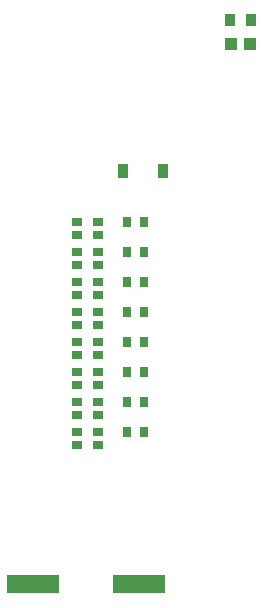
<source format=gtp>
G04 Layer: TopPasteMaskLayer*
G04 Panelize: V-CUT, Column: 2, Row: 2, Board Size: 58.42mm x 58.42mm, Panelized Board Size: 118.84mm x 118.84mm*
G04 EasyEDA v6.5.32, 2023-07-25 17:18:32*
G04 beba70979ac64995a7ec55152f614d26,5a6b42c53f6a479593ecc07194224c93,10*
G04 Gerber Generator version 0.2*
G04 Scale: 100 percent, Rotated: No, Reflected: No *
G04 Dimensions in millimeters *
G04 leading zeros omitted , absolute positions ,4 integer and 5 decimal *
%FSLAX45Y45*%
%MOMM*%

%ADD10R,0.9000X0.7000*%
%ADD11R,1.0000X1.1000*%
%ADD12R,0.8999X1.0000*%
%ADD13R,0.8000X0.9000*%
%ADD14R,4.5000X1.6500*%
%ADD15R,0.9500X1.1500*%

%LPD*%
D10*
G01*
X3025216Y3610990D03*
G01*
X2842209Y3610990D03*
G01*
X2842209Y3500983D03*
G01*
X3025216Y3500983D03*
G01*
X3025216Y3356990D03*
G01*
X2842209Y3356990D03*
G01*
X2842209Y3246983D03*
G01*
X3025216Y3246983D03*
G01*
X3025216Y3102990D03*
G01*
X2842209Y3102990D03*
G01*
X2842209Y2992983D03*
G01*
X3025216Y2992983D03*
G01*
X3025216Y2848990D03*
G01*
X2842209Y2848990D03*
G01*
X2842209Y2738983D03*
G01*
X3025216Y2738983D03*
G01*
X3025216Y2594990D03*
G01*
X2842209Y2594990D03*
G01*
X2842209Y2484983D03*
G01*
X3025216Y2484983D03*
G01*
X3025216Y2340990D03*
G01*
X2842209Y2340990D03*
G01*
X2842209Y2230983D03*
G01*
X3025216Y2230983D03*
G01*
X3025216Y2086990D03*
G01*
X2842209Y2086990D03*
G01*
X2842209Y1976983D03*
G01*
X3025216Y1976983D03*
G01*
X3025216Y3864990D03*
G01*
X2842209Y3864990D03*
G01*
X2842209Y3754983D03*
G01*
X3025216Y3754983D03*
D11*
G01*
X4149090Y5372100D03*
G01*
X4309084Y5372100D03*
D12*
G01*
X4144086Y5575300D03*
G01*
X4314088Y5575300D03*
D13*
G01*
X3410102Y3860800D03*
G01*
X3270097Y3860800D03*
G01*
X3410102Y3606800D03*
G01*
X3270097Y3606800D03*
G01*
X3410102Y3352800D03*
G01*
X3270097Y3352800D03*
G01*
X3410102Y3098800D03*
G01*
X3270097Y3098800D03*
G01*
X3410102Y2844800D03*
G01*
X3270097Y2844800D03*
G01*
X3410102Y2590800D03*
G01*
X3270097Y2590800D03*
G01*
X3410102Y2336800D03*
G01*
X3270097Y2336800D03*
G01*
X3410102Y2082800D03*
G01*
X3270097Y2082800D03*
D14*
G01*
X3370986Y800100D03*
G01*
X2471013Y800100D03*
D15*
G01*
X3572840Y4292600D03*
G01*
X3234359Y4292600D03*
M02*

</source>
